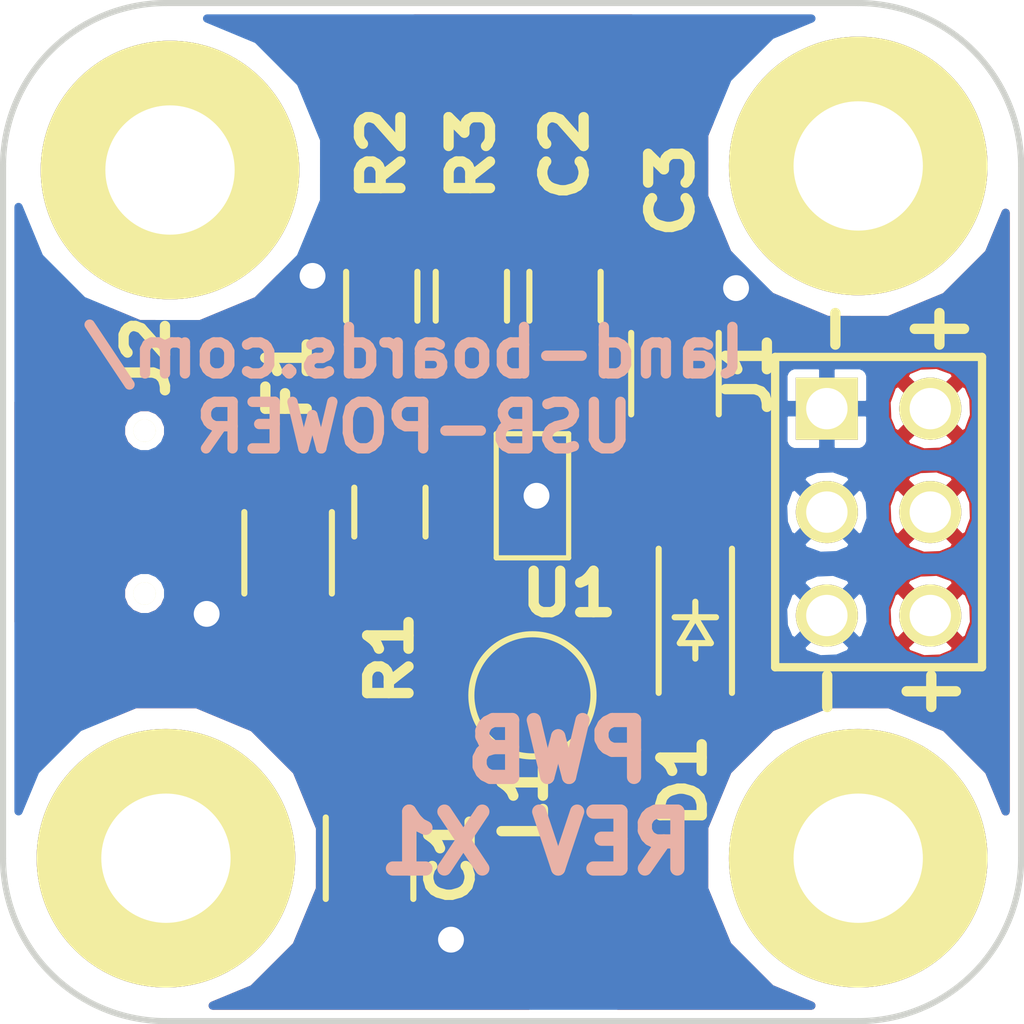
<source format=kicad_pcb>
(kicad_pcb (version 4) (host pcbnew "(after 2015-mar-04 BZR unknown)-product")

  (general
    (links 24)
    (no_connects 0)
    (area 13.299572 17.142 45.869543 46.6163)
    (thickness 1.6)
    (drawings 12)
    (tracks 27)
    (zones 0)
    (modules 18)
    (nets 8)
  )

  (page A)
  (title_block
    (title "One Wire Data Logger")
    (rev X1)
  )

  (layers
    (0 F.Cu signal)
    (31 B.Cu signal)
    (36 B.SilkS user)
    (37 F.SilkS user)
    (38 B.Mask user)
    (39 F.Mask user)
    (40 Dwgs.User user)
    (44 Edge.Cuts user)
  )

  (setup
    (last_trace_width 0.254)
    (user_trace_width 0.2032)
    (user_trace_width 0.635)
    (trace_clearance 0.254)
    (zone_clearance 0.2032)
    (zone_45_only no)
    (trace_min 0.1524)
    (segment_width 0.2)
    (edge_width 0.15)
    (via_size 0.889)
    (via_drill 0.635)
    (via_min_size 0.889)
    (via_min_drill 0.508)
    (uvia_size 0.508)
    (uvia_drill 0.127)
    (uvias_allowed no)
    (uvia_min_size 0.508)
    (uvia_min_drill 0.127)
    (pcb_text_width 0.3)
    (pcb_text_size 1 1)
    (mod_edge_width 0.15)
    (mod_text_size 1.143 1.016)
    (mod_text_width 0.254)
    (pad_size 6.35 6.35)
    (pad_drill 3.175)
    (pad_to_mask_clearance 0.1016)
    (aux_axis_origin 0 0)
    (visible_elements 7FFFFF7F)
    (pcbplotparams
      (layerselection 0x010f0_80000001)
      (usegerberextensions true)
      (excludeedgelayer true)
      (linewidth 0.150000)
      (plotframeref false)
      (viasonmask false)
      (mode 1)
      (useauxorigin false)
      (hpglpennumber 1)
      (hpglpenspeed 20)
      (hpglpendiameter 15)
      (hpglpenoverlay 2)
      (psnegative false)
      (psa4output false)
      (plotreference true)
      (plotvalue true)
      (plotinvisibletext false)
      (padsonsilk false)
      (subtractmaskfromsilk false)
      (outputformat 1)
      (mirror false)
      (drillshape 0)
      (scaleselection 1)
      (outputdirectory plots/))
  )

  (net 0 "")
  (net 1 "/5V Power Supply/+5VOUT")
  (net 2 GND)
  (net 3 "Net-(F1-Pad1)")
  (net 4 "/5V Power Supply/VFB")
  (net 5 /USB/+5VUSB)
  (net 6 "Net-(C2-Pad1)")
  (net 7 "Net-(R1-Pad2)")

  (net_class Default "This is the default net class."
    (clearance 0.254)
    (trace_width 0.254)
    (via_dia 0.889)
    (via_drill 0.635)
    (uvia_dia 0.508)
    (uvia_drill 0.127)
    (add_net "/5V Power Supply/+5VOUT")
    (add_net "/5V Power Supply/VFB")
    (add_net /USB/+5VUSB)
    (add_net GND)
    (add_net "Net-(C2-Pad1)")
    (add_net "Net-(F1-Pad1)")
    (add_net "Net-(R1-Pad2)")
  )

  (module FIDUCIAL (layer F.Cu) (tedit 518BF783) (tstamp 56C4745B)
    (at 36.2 21.8)
    (path /518D21B8)
    (fp_text reference FID1 (at 0 2.3495) (layer F.SilkS) hide
      (effects (font (size 1.016 1.016) (thickness 0.2032)))
    )
    (fp_text value CONN_1 (at 0.127 -2.794) (layer F.SilkS) hide
      (effects (font (size 1.016 1.016) (thickness 0.2032)))
    )
    (pad 1 smd circle (at 0 0) (size 1 1) (layers F.Cu F.Mask)
      (solder_mask_margin 1) (clearance 1))
  )

  (module DougsNewMods:USB_Micro-B-Wellco-SMT (layer F.Cu) (tedit 56C3876F) (tstamp 567EE9F4)
    (at 24 32.5 270)
    (descr "Micro USB Type B Receptacle")
    (tags "USB USB_B USB_micro USB_OTG")
    (path /53C9C2FF/567EEACC)
    (clearance 0.1524)
    (attr smd)
    (fp_text reference J2 (at -3.808 0.481 270) (layer F.SilkS)
      (effects (font (size 1.016 1.143) (thickness 0.254)))
    )
    (fp_text value USB-MICRO-B (at 0 4.8 270) (layer Dwgs.User) hide
      (effects (font (size 1 1) (thickness 0.15)))
    )
    (pad 1 smd rect (at -1.3 -0.4 270) (size 0.4 1.8) (layers F.Cu F.Mask)
      (net 3 "Net-(F1-Pad1)"))
    (pad 2 smd rect (at -0.65 -0.4 270) (size 0.4 1.8) (layers F.Cu F.Mask))
    (pad 3 smd rect (at 0 -0.4 270) (size 0.4 1.8) (layers F.Cu F.Mask))
    (pad 4 smd rect (at 0.65 -0.4 270) (size 0.4 1.8) (layers F.Cu F.Mask))
    (pad 5 smd rect (at 1.3 -0.4 270) (size 0.4 1.8) (layers F.Cu F.Mask)
      (net 2 GND))
    (pad "" np_thru_hole circle (at -2 0.525) (size 0.55 0.55) (drill 0.55) (layers *.Cu *.Mask F.SilkS))
    (pad "" np_thru_hole circle (at 2 0.525) (size 0.55 0.55) (drill oval 0.55) (layers *.Cu *.Mask F.SilkS))
    (pad 7 smd rect (at -3.95 2.625) (size 1.9 1.9) (layers F.Cu F.Mask))
    (pad 6 smd rect (at 3.95 2.625) (size 1.9 1.9) (layers F.Cu F.Mask))
  )

  (module SOT23-5 (layer F.Cu) (tedit 56C47228) (tstamp 517EB80B)
    (at 33 32.1 90)
    (path /517C5DAF/517C7898)
    (attr smd)
    (fp_text reference U1 (at -2.4 0.9 360) (layer F.SilkS)
      (effects (font (size 1.016 1.143) (thickness 0.254)))
    )
    (fp_text value LMR62014 (at 0 0 90) (layer F.SilkS) hide
      (effects (font (size 0.635 0.635) (thickness 0.127)))
    )
    (fp_line (start 1.524 -0.889) (end 1.524 0.889) (layer F.SilkS) (width 0.127))
    (fp_line (start 1.524 0.889) (end -1.524 0.889) (layer F.SilkS) (width 0.127))
    (fp_line (start -1.524 0.889) (end -1.524 -0.889) (layer F.SilkS) (width 0.127))
    (fp_line (start -1.524 -0.889) (end 1.524 -0.889) (layer F.SilkS) (width 0.127))
    (pad 1 smd rect (at -0.9525 1.27 90) (size 0.508 0.762) (layers F.Cu F.Mask)
      (net 4 "/5V Power Supply/VFB"))
    (pad 3 smd rect (at 0.9525 1.27 90) (size 0.508 0.762) (layers F.Cu F.Mask)
      (net 6 "Net-(C2-Pad1)"))
    (pad 5 smd rect (at -0.9525 -1.27 90) (size 0.508 0.762) (layers F.Cu F.Mask)
      (net 5 /USB/+5VUSB))
    (pad 2 smd rect (at 0 1.27 90) (size 0.508 0.762) (layers F.Cu F.Mask)
      (net 2 GND))
    (pad 4 smd rect (at 0.9525 -1.27 90) (size 0.508 0.762) (layers F.Cu F.Mask)
      (net 7 "Net-(R1-Pad2)"))
    (model smd/SOT23_5.wrl
      (at (xyz 0 0 0))
      (scale (xyz 0.1 0.1 0.1))
      (rotate (xyz 0 0 0))
    )
  )

  (module MTG-4-40 (layer F.Cu) (tedit 540CB4BD) (tstamp 540CB231)
    (at 24 24)
    (path /51830500)
    (fp_text reference MTG1 (at -6.858 -0.635) (layer F.SilkS) hide
      (effects (font (size 1.016 1.143) (thickness 0.254)))
    )
    (fp_text value CONN_1 (at 0 -5.08) (layer F.SilkS) hide
      (effects (font (thickness 0.3048)))
    )
    (pad 1 thru_hole circle (at 0.1 0.1) (size 6.35 6.35) (drill 3.175) (layers *.Cu *.Mask F.SilkS)
      (clearance 0.508))
  )

  (module MTG-4-40 (layer F.Cu) (tedit 56C38F4E) (tstamp 517C7754)
    (at 24 41)
    (path /5183051E)
    (fp_text reference MTG3 (at -6.858 -0.635) (layer F.SilkS) hide
      (effects (font (size 1.016 1.143) (thickness 0.254)))
    )
    (fp_text value CONN_1 (at 0 -5.08) (layer F.SilkS) hide
      (effects (font (thickness 0.3048)))
    )
    (pad 1 thru_hole circle (at 0 0) (size 6.35 6.35) (drill 3.175) (layers *.Cu *.Mask F.SilkS)
      (clearance 0.508))
  )

  (module MTG-4-40 (layer F.Cu) (tedit 56C38951) (tstamp 53C9C386)
    (at 41 41)
    (path /5183050F)
    (fp_text reference MTG2 (at -6.858 -0.635) (layer F.SilkS) hide
      (effects (font (size 1.016 1.143) (thickness 0.254)))
    )
    (fp_text value CONN_1 (at 0 -5.08) (layer F.SilkS) hide
      (effects (font (thickness 0.3048)))
    )
    (pad 1 thru_hole circle (at 0 0) (size 6.35 6.35) (drill 3.175) (layers *.Cu *.Mask F.SilkS)
      (clearance 0.508))
  )

  (module MTG-4-40 (layer F.Cu) (tedit 56C38F1D) (tstamp 53C9C38B)
    (at 41 24)
    (path /5183052D)
    (fp_text reference MTG4 (at -6.858 -0.635) (layer F.SilkS) hide
      (effects (font (size 1.016 1.143) (thickness 0.254)))
    )
    (fp_text value CONN_1 (at 0 -5.08) (layer F.SilkS) hide
      (effects (font (thickness 0.3048)))
    )
    (pad 1 thru_hole circle (at 0 0) (size 6.35 6.35) (drill 3.175) (layers *.Cu *.Mask F.SilkS)
      (clearance 0.508))
  )

  (module PIN_ARRAY_3X2 (layer F.Cu) (tedit 56C474F6) (tstamp 53EF7D4F)
    (at 41.5 32.5 270)
    (descr "Double rangee de contacts 2 x 4 pins")
    (tags CONN)
    (path /54A94CB7)
    (fp_text reference J1 (at -3.4 3.2 450) (layer F.SilkS)
      (effects (font (size 1.016 1.143) (thickness 0.254)))
    )
    (fp_text value CONN_3X2 (at 0 3.81 270) (layer F.SilkS) hide
      (effects (font (size 1.016 1.016) (thickness 0.2032)))
    )
    (fp_line (start 3.81 2.54) (end -3.81 2.54) (layer F.SilkS) (width 0.2032))
    (fp_line (start -3.81 -2.54) (end 3.81 -2.54) (layer F.SilkS) (width 0.2032))
    (fp_line (start 3.81 -2.54) (end 3.81 2.54) (layer F.SilkS) (width 0.2032))
    (fp_line (start -3.81 2.54) (end -3.81 -2.54) (layer F.SilkS) (width 0.2032))
    (pad 1 thru_hole rect (at -2.54 1.27 270) (size 1.524 1.524) (drill 1.016) (layers *.Cu *.Mask F.SilkS)
      (net 2 GND))
    (pad 2 thru_hole circle (at -2.54 -1.27 270) (size 1.524 1.524) (drill 1.016) (layers *.Cu *.Mask F.SilkS)
      (net 1 "/5V Power Supply/+5VOUT"))
    (pad 3 thru_hole circle (at 0 1.27 270) (size 1.524 1.524) (drill 1.016) (layers *.Cu *.Mask F.SilkS)
      (net 2 GND))
    (pad 4 thru_hole circle (at 0 -1.27 270) (size 1.524 1.524) (drill 1.016) (layers *.Cu *.Mask F.SilkS)
      (net 1 "/5V Power Supply/+5VOUT"))
    (pad 5 thru_hole circle (at 2.54 1.27 270) (size 1.524 1.524) (drill 1.016) (layers *.Cu *.Mask F.SilkS)
      (net 2 GND))
    (pad 6 thru_hole circle (at 2.54 -1.27 270) (size 1.524 1.524) (drill 1.016) (layers *.Cu *.Mask F.SilkS)
      (net 1 "/5V Power Supply/+5VOUT"))
    (model pin_array/pins_array_3x2.wrl
      (at (xyz 0 0 0))
      (scale (xyz 1 1 1))
      (rotate (xyz 0 0 0))
    )
  )

  (module Resistors_SMD:R_1206_HandSoldering (layer F.Cu) (tedit 56C470F6) (tstamp 567D9277)
    (at 29 41 270)
    (descr "Resistor SMD 1206, hand soldering")
    (tags "resistor 1206")
    (path /517C5DAF/517C78BC)
    (attr smd)
    (fp_text reference C1 (at 0 -2 450) (layer F.SilkS)
      (effects (font (size 1.016 1.143) (thickness 0.254)))
    )
    (fp_text value 4.7uF (at 0 2.3 270) (layer F.SilkS) hide
      (effects (font (size 1 1) (thickness 0.15)))
    )
    (fp_line (start -3.3 -1.2) (end 3.3 -1.2) (layer F.CrtYd) (width 0.05))
    (fp_line (start -3.3 1.2) (end 3.3 1.2) (layer F.CrtYd) (width 0.05))
    (fp_line (start -3.3 -1.2) (end -3.3 1.2) (layer F.CrtYd) (width 0.05))
    (fp_line (start 3.3 -1.2) (end 3.3 1.2) (layer F.CrtYd) (width 0.05))
    (fp_line (start 1 1.075) (end -1 1.075) (layer F.SilkS) (width 0.15))
    (fp_line (start -1 -1.075) (end 1 -1.075) (layer F.SilkS) (width 0.15))
    (pad 1 smd rect (at -2 0 270) (size 2 1.7) (layers F.Cu F.Mask)
      (net 5 /USB/+5VUSB))
    (pad 2 smd rect (at 2 0 270) (size 2 1.7) (layers F.Cu F.Mask)
      (net 2 GND))
    (model Resistors_SMD.3dshapes/R_1206_HandSoldering.wrl
      (at (xyz 0 0 0))
      (scale (xyz 1 1 1))
      (rotate (xyz 0 0 0))
    )
  )

  (module Resistors_SMD:R_1206_HandSoldering (layer F.Cu) (tedit 56C471D6) (tstamp 567D9278)
    (at 36.5 29.1 90)
    (descr "Resistor SMD 1206, hand soldering")
    (tags "resistor 1206")
    (path /517C5DAF/517C7D72)
    (attr smd)
    (fp_text reference C3 (at 4.5 -0.1 270) (layer F.SilkS)
      (effects (font (size 1.016 1.143) (thickness 0.254)))
    )
    (fp_text value 4.7uF (at 0 2.3 90) (layer F.SilkS) hide
      (effects (font (size 1 1) (thickness 0.15)))
    )
    (fp_line (start -3.3 -1.2) (end 3.3 -1.2) (layer F.CrtYd) (width 0.05))
    (fp_line (start -3.3 1.2) (end 3.3 1.2) (layer F.CrtYd) (width 0.05))
    (fp_line (start -3.3 -1.2) (end -3.3 1.2) (layer F.CrtYd) (width 0.05))
    (fp_line (start 3.3 -1.2) (end 3.3 1.2) (layer F.CrtYd) (width 0.05))
    (fp_line (start 1 1.075) (end -1 1.075) (layer F.SilkS) (width 0.15))
    (fp_line (start -1 -1.075) (end 1 -1.075) (layer F.SilkS) (width 0.15))
    (pad 1 smd rect (at -2 0 90) (size 2 1.7) (layers F.Cu F.Mask)
      (net 1 "/5V Power Supply/+5VOUT"))
    (pad 2 smd rect (at 2 0 90) (size 2 1.7) (layers F.Cu F.Mask)
      (net 2 GND))
    (model Resistors_SMD.3dshapes/R_1206_HandSoldering.wrl
      (at (xyz 0 0 0))
      (scale (xyz 1 1 1))
      (rotate (xyz 0 0 0))
    )
  )

  (module Resistors_SMD:R_0805_HandSoldering (layer F.Cu) (tedit 56C38C72) (tstamp 567D9283)
    (at 33.8 27.2 90)
    (descr "Resistor SMD 0805, hand soldering")
    (tags "resistor 0805")
    (path /517C5DAF/517C7F11)
    (attr smd)
    (fp_text reference C2 (at 3.5 0 270) (layer F.SilkS)
      (effects (font (size 1.016 1.143) (thickness 0.254)))
    )
    (fp_text value 680pF (at 0 2.1 90) (layer F.SilkS) hide
      (effects (font (size 1 1) (thickness 0.15)))
    )
    (fp_line (start -2.4 -1) (end 2.4 -1) (layer F.CrtYd) (width 0.05))
    (fp_line (start -2.4 1) (end 2.4 1) (layer F.CrtYd) (width 0.05))
    (fp_line (start -2.4 -1) (end -2.4 1) (layer F.CrtYd) (width 0.05))
    (fp_line (start 2.4 -1) (end 2.4 1) (layer F.CrtYd) (width 0.05))
    (fp_line (start 0.6 0.875) (end -0.6 0.875) (layer F.SilkS) (width 0.15))
    (fp_line (start -0.6 -0.875) (end 0.6 -0.875) (layer F.SilkS) (width 0.15))
    (pad 1 smd rect (at -1.35 0 90) (size 1.5 1.3) (layers F.Cu F.Mask)
      (net 6 "Net-(C2-Pad1)"))
    (pad 2 smd rect (at 1.35 0 90) (size 1.5 1.3) (layers F.Cu F.Mask)
      (net 1 "/5V Power Supply/+5VOUT"))
    (model Resistors_SMD.3dshapes/R_0805_HandSoldering.wrl
      (at (xyz 0 0 0))
      (scale (xyz 1 1 1))
      (rotate (xyz 0 0 0))
    )
  )

  (module Resistors_SMD:R_0805_HandSoldering (layer F.Cu) (tedit 56C4720D) (tstamp 567D928E)
    (at 29.5 32.5 90)
    (descr "Resistor SMD 0805, hand soldering")
    (tags "resistor 0805")
    (path /517C5DAF/517C78A7)
    (attr smd)
    (fp_text reference R1 (at -3.6 0 270) (layer F.SilkS)
      (effects (font (size 1.016 1.143) (thickness 0.254)))
    )
    (fp_text value 1M (at 0 2.1 90) (layer F.SilkS) hide
      (effects (font (size 1 1) (thickness 0.15)))
    )
    (fp_line (start -2.4 -1) (end 2.4 -1) (layer F.CrtYd) (width 0.05))
    (fp_line (start -2.4 1) (end 2.4 1) (layer F.CrtYd) (width 0.05))
    (fp_line (start -2.4 -1) (end -2.4 1) (layer F.CrtYd) (width 0.05))
    (fp_line (start 2.4 -1) (end 2.4 1) (layer F.CrtYd) (width 0.05))
    (fp_line (start 0.6 0.875) (end -0.6 0.875) (layer F.SilkS) (width 0.15))
    (fp_line (start -0.6 -0.875) (end 0.6 -0.875) (layer F.SilkS) (width 0.15))
    (pad 1 smd rect (at -1.35 0 90) (size 1.5 1.3) (layers F.Cu F.Mask)
      (net 5 /USB/+5VUSB))
    (pad 2 smd rect (at 1.35 0 90) (size 1.5 1.3) (layers F.Cu F.Mask)
      (net 7 "Net-(R1-Pad2)"))
    (model Resistors_SMD.3dshapes/R_0805_HandSoldering.wrl
      (at (xyz 0 0 0))
      (scale (xyz 1 1 1))
      (rotate (xyz 0 0 0))
    )
  )

  (module Resistors_SMD:R_0805_HandSoldering (layer F.Cu) (tedit 56C38C69) (tstamp 567D9299)
    (at 29.3 27.2 90)
    (descr "Resistor SMD 0805, hand soldering")
    (tags "resistor 0805")
    (path /517C5DAF/517C7E46)
    (attr smd)
    (fp_text reference R2 (at 3.5 0 90) (layer F.SilkS)
      (effects (font (size 1.016 1.143) (thickness 0.254)))
    )
    (fp_text value 1K (at 0 2.1 90) (layer F.SilkS) hide
      (effects (font (size 1 1) (thickness 0.15)))
    )
    (fp_line (start -2.4 -1) (end 2.4 -1) (layer F.CrtYd) (width 0.05))
    (fp_line (start -2.4 1) (end 2.4 1) (layer F.CrtYd) (width 0.05))
    (fp_line (start -2.4 -1) (end -2.4 1) (layer F.CrtYd) (width 0.05))
    (fp_line (start 2.4 -1) (end 2.4 1) (layer F.CrtYd) (width 0.05))
    (fp_line (start 0.6 0.875) (end -0.6 0.875) (layer F.SilkS) (width 0.15))
    (fp_line (start -0.6 -0.875) (end 0.6 -0.875) (layer F.SilkS) (width 0.15))
    (pad 1 smd rect (at -1.35 0 90) (size 1.5 1.3) (layers F.Cu F.Mask)
      (net 6 "Net-(C2-Pad1)"))
    (pad 2 smd rect (at 1.35 0 90) (size 1.5 1.3) (layers F.Cu F.Mask)
      (net 2 GND))
    (model Resistors_SMD.3dshapes/R_0805_HandSoldering.wrl
      (at (xyz 0 0 0))
      (scale (xyz 1 1 1))
      (rotate (xyz 0 0 0))
    )
  )

  (module Resistors_SMD:R_0805_HandSoldering (layer F.Cu) (tedit 56C38C6C) (tstamp 567D92A4)
    (at 31.5 27.2 90)
    (descr "Resistor SMD 0805, hand soldering")
    (tags "resistor 0805")
    (path /517C5DAF/517C7E37)
    (attr smd)
    (fp_text reference R3 (at 3.5 0 270) (layer F.SilkS)
      (effects (font (size 1.016 1.143) (thickness 0.254)))
    )
    (fp_text value 3.09K (at 0 2.1 90) (layer F.SilkS) hide
      (effects (font (size 1 1) (thickness 0.15)))
    )
    (fp_line (start -2.4 -1) (end 2.4 -1) (layer F.CrtYd) (width 0.05))
    (fp_line (start -2.4 1) (end 2.4 1) (layer F.CrtYd) (width 0.05))
    (fp_line (start -2.4 -1) (end -2.4 1) (layer F.CrtYd) (width 0.05))
    (fp_line (start 2.4 -1) (end 2.4 1) (layer F.CrtYd) (width 0.05))
    (fp_line (start 0.6 0.875) (end -0.6 0.875) (layer F.SilkS) (width 0.15))
    (fp_line (start -0.6 -0.875) (end 0.6 -0.875) (layer F.SilkS) (width 0.15))
    (pad 1 smd rect (at -1.35 0 90) (size 1.5 1.3) (layers F.Cu F.Mask)
      (net 6 "Net-(C2-Pad1)"))
    (pad 2 smd rect (at 1.35 0 90) (size 1.5 1.3) (layers F.Cu F.Mask)
      (net 1 "/5V Power Supply/+5VOUT"))
    (model Resistors_SMD.3dshapes/R_0805_HandSoldering.wrl
      (at (xyz 0 0 0))
      (scale (xyz 1 1 1))
      (rotate (xyz 0 0 0))
    )
  )

  (module DougsNewMods:SOD-123-FIXED (layer F.Cu) (tedit 56C471DD) (tstamp 567F0A81)
    (at 37 35.4 270)
    (descr SOD-123)
    (tags SOD-123)
    (path /517C5DAF/517C7D22)
    (attr smd)
    (fp_text reference D1 (at 3.7 0.3 270) (layer F.SilkS)
      (effects (font (size 1.016 1.143) (thickness 0.254)))
    )
    (fp_text value MBR0520LT1G (at 0 2.1 270) (layer F.SilkS) hide
      (effects (font (size 1 1) (thickness 0.15)))
    )
    (fp_line (start 0.3175 0) (end 0.6985 0) (layer F.SilkS) (width 0.15))
    (fp_line (start -0.6985 0) (end -0.3175 0) (layer F.SilkS) (width 0.15))
    (fp_line (start -0.3175 0) (end 0.3175 -0.381) (layer F.SilkS) (width 0.15))
    (fp_line (start 0.3175 -0.381) (end 0.3175 0.381) (layer F.SilkS) (width 0.15))
    (fp_line (start 0.3175 0.381) (end -0.3175 0) (layer F.SilkS) (width 0.15))
    (fp_line (start -0.3175 -0.508) (end -0.3175 0.508) (layer F.SilkS) (width 0.15))
    (fp_line (start -2.25 -1.05) (end 2.25 -1.05) (layer F.CrtYd) (width 0.05))
    (fp_line (start 2.25 -1.05) (end 2.25 1.05) (layer F.CrtYd) (width 0.05))
    (fp_line (start 2.25 1.05) (end -2.25 1.05) (layer F.CrtYd) (width 0.05))
    (fp_line (start -2.25 -1.05) (end -2.25 1.05) (layer F.CrtYd) (width 0.05))
    (fp_line (start -2 0.9) (end 1.54 0.9) (layer F.SilkS) (width 0.15))
    (fp_line (start -2 -0.9) (end 1.54 -0.9) (layer F.SilkS) (width 0.15))
    (pad 2 smd rect (at -1.635 0 270) (size 0.91 1.22) (layers F.Cu F.Mask)
      (net 1 "/5V Power Supply/+5VOUT"))
    (pad 1 smd rect (at 1.635 0 270) (size 0.91 1.22) (layers F.Cu F.Mask)
      (net 4 "/5V Power Supply/VFB"))
  )

  (module Resistors_SMD:R_1206_HandSoldering (layer F.Cu) (tedit 56C47138) (tstamp 567F475F)
    (at 27 33.5 270)
    (descr "Resistor SMD 1206, hand soldering")
    (tags "resistor 1206")
    (path /53C9C2FF/53EF87F2)
    (attr smd)
    (fp_text reference F1 (at -4.3 0 270) (layer F.SilkS)
      (effects (font (size 1.016 1.143) (thickness 0.254)))
    )
    (fp_text value FUSE (at 0 2.3 270) (layer F.SilkS) hide
      (effects (font (size 1 1) (thickness 0.15)))
    )
    (fp_line (start -3.3 -1.2) (end 3.3 -1.2) (layer F.CrtYd) (width 0.05))
    (fp_line (start -3.3 1.2) (end 3.3 1.2) (layer F.CrtYd) (width 0.05))
    (fp_line (start -3.3 -1.2) (end -3.3 1.2) (layer F.CrtYd) (width 0.05))
    (fp_line (start 3.3 -1.2) (end 3.3 1.2) (layer F.CrtYd) (width 0.05))
    (fp_line (start 1 1.075) (end -1 1.075) (layer F.SilkS) (width 0.15))
    (fp_line (start -1 -1.075) (end 1 -1.075) (layer F.SilkS) (width 0.15))
    (pad 1 smd rect (at -2 0 270) (size 2 1.7) (layers F.Cu F.Mask)
      (net 3 "Net-(F1-Pad1)"))
    (pad 2 smd rect (at 2 0 270) (size 2 1.7) (layers F.Cu F.Mask)
      (net 5 /USB/+5VUSB))
    (model Resistors_SMD.3dshapes/R_1206_HandSoldering.wrl
      (at (xyz 0 0 0))
      (scale (xyz 1 1 1))
      (rotate (xyz 0 0 0))
    )
  )

  (module dougsLib:IND-3MM (layer F.Cu) (tedit 56C47219) (tstamp 567F476A)
    (at 33 37)
    (path /517C5DAF/517C78F4)
    (fp_text reference L1 (at -0.2 2.6 90) (layer F.SilkS)
      (effects (font (size 1.016 1.143) (thickness 0.254)))
    )
    (fp_text value 10uH (at 0.24892 -4.50088) (layer F.SilkS) hide
      (effects (font (thickness 0.3048)))
    )
    (fp_circle (center 0 0) (end 1.5 0) (layer F.SilkS) (width 0.15))
    (pad 1 smd rect (at -1.2 0) (size 1.2 2.7) (layers F.Cu F.Mask)
      (net 5 /USB/+5VUSB))
    (pad 2 smd rect (at 1.2 0) (size 1.2 2.7) (layers F.Cu F.Mask)
      (net 4 "/5V Power Supply/VFB"))
  )

  (module FIDUCIAL (layer F.Cu) (tedit 518BF783) (tstamp 56C47460)
    (at 33.9 43.2)
    (path /518D20E3)
    (fp_text reference FID2 (at 0 2.3495) (layer F.SilkS) hide
      (effects (font (size 1.016 1.016) (thickness 0.2032)))
    )
    (fp_text value CONN_1 (at 0.127 -2.794) (layer F.SilkS) hide
      (effects (font (size 1.016 1.016) (thickness 0.2032)))
    )
    (pad 1 smd circle (at 0 0) (size 1 1) (layers F.Cu F.Mask)
      (solder_mask_margin 1) (clearance 1))
  )

  (gr_text "-\n+\n" (at 41.4 36.9 90) (layer F.SilkS)
    (effects (font (size 1.5875 1.016) (thickness 0.254)))
  )
  (gr_text "-\n+\n" (at 41.6 28 90) (layer F.SilkS)
    (effects (font (size 1.5875 1.016) (thickness 0.254)))
  )
  (gr_line (start 20 41) (end 20 24) (angle 90) (layer Edge.Cuts) (width 0.15))
  (gr_line (start 41 45) (end 24 45) (angle 90) (layer Edge.Cuts) (width 0.15))
  (gr_line (start 45 24) (end 45 41) (angle 90) (layer Edge.Cuts) (width 0.15))
  (gr_line (start 24 20) (end 41 20) (angle 90) (layer Edge.Cuts) (width 0.15))
  (gr_arc (start 24 41) (end 24 45) (angle 90) (layer Edge.Cuts) (width 0.15))
  (gr_arc (start 41 41) (end 45 41) (angle 90) (layer Edge.Cuts) (width 0.15))
  (gr_arc (start 41 24) (end 41 20) (angle 90) (layer Edge.Cuts) (width 0.15))
  (gr_arc (start 24 24) (end 20 24) (angle 90) (layer Edge.Cuts) (width 0.15))
  (gr_text "PWB \nREV X1" (at 33.1 39.5) (layer B.SilkS)
    (effects (font (size 1.397 1.397) (thickness 0.34925)) (justify mirror))
  )
  (gr_text "land-boards.com/\nUSB-POWER" (at 30.1 29.5) (layer B.SilkS)
    (effects (font (size 1.143 1.143) (thickness 0.254)) (justify mirror))
  )

  (segment (start 36.5 27.1) (end 37.9 27.1) (width 0.254) (layer F.Cu) (net 2))
  (via (at 38 27) (size 0.889) (layers F.Cu B.Cu) (net 2))
  (segment (start 37.9 27.1) (end 38 27) (width 0.254) (layer F.Cu) (net 2) (tstamp 56C471F7))
  (segment (start 24.4 34.4) (end 25 35) (width 0.254) (layer F.Cu) (net 2) (tstamp 56C3917D))
  (via (at 25 35) (size 0.889) (layers F.Cu B.Cu) (net 2))
  (segment (start 24.4 33.8) (end 24.4 34.4) (width 0.254) (layer F.Cu) (net 2))
  (via (at 31 43) (size 0.889) (layers F.Cu B.Cu) (net 2))
  (segment (start 29 43) (end 31 43) (width 0.254) (layer F.Cu) (net 2))
  (via (at 27.6 26.7) (size 0.889) (layers F.Cu B.Cu) (net 2))
  (segment (start 29.3 25.85) (end 27.6 26.7) (width 0.254) (layer F.Cu) (net 2) (status 10))
  (via (at 33.1 32.1) (size 0.889) (layers F.Cu B.Cu) (net 2))
  (segment (start 34.27 32.1) (end 33.1 32.1) (width 0.254) (layer F.Cu) (net 2))
  (segment (start 26.7 31.2) (end 27 31.5) (width 0.254) (layer F.Cu) (net 3) (tstamp 56C3917A))
  (segment (start 24.4 31.2) (end 26.7 31.2) (width 0.254) (layer F.Cu) (net 3))
  (segment (start 34.2 37) (end 36.965 37) (width 0.254) (layer F.Cu) (net 4))
  (segment (start 36.965 37) (end 37 37.035) (width 0.254) (layer F.Cu) (net 4) (tstamp 56C4721B))
  (segment (start 34.27 36.93) (end 34.2 37) (width 0.254) (layer F.Cu) (net 4) (tstamp 56C39201))
  (segment (start 34.2 33.1225) (end 34.27 33.0525) (width 0.254) (layer F.Cu) (net 4) (tstamp 56C470B3))
  (segment (start 34.2 33.1225) (end 34.27 33.0525) (width 0.254) (layer F.Cu) (net 4) (tstamp 56C470B8))
  (segment (start 34.2 37) (end 34.2 33.1225) (width 0.254) (layer F.Cu) (net 4))
  (segment (start 34.27 31.1475) (end 34.27 30.47) (width 0.254) (layer F.Cu) (net 6))
  (segment (start 33.8 30) (end 33.8 28.55) (width 0.254) (layer F.Cu) (net 6) (tstamp 56C471AA))
  (segment (start 34.27 30.47) (end 33.8 30) (width 0.254) (layer F.Cu) (net 6) (tstamp 56C471A9))
  (segment (start 29.3 28.55) (end 31.5 28.55) (width 0.254) (layer F.Cu) (net 6) (status 20))
  (segment (start 31.5 28.55) (end 33.8 28.55) (width 0.254) (layer F.Cu) (net 6) (status 10))
  (segment (start 31.73 31.1475) (end 29.5025 31.1475) (width 0.254) (layer F.Cu) (net 7))
  (segment (start 29.5025 31.1475) (end 29.5 31.15) (width 0.254) (layer F.Cu) (net 7) (tstamp 56C47169))

  (zone (net 2) (net_name GND) (layer B.Cu) (tstamp 56C390E6) (hatch edge 0.508)
    (connect_pads (clearance 0.2032))
    (min_thickness 0.2032)
    (fill yes (arc_segments 16) (thermal_gap 0.2032) (thermal_bridge_width 0.381))
    (polygon
      (pts
        (xy 24 20) (xy 41 20) (xy 45 24) (xy 45 41) (xy 41 45)
        (xy 24 45) (xy 20 41) (xy 20 24)
      )
    )
    (filled_polygon
      (pts
        (xy 44.6202 39.851033) (xy 44.210299 38.858997) (xy 43.887793 38.535927) (xy 43.887793 34.818671) (xy 43.887793 32.278671)
        (xy 43.887793 29.738671) (xy 43.718008 29.327758) (xy 43.403896 29.013097) (xy 42.99328 28.842594) (xy 42.548671 28.842207)
        (xy 42.137758 29.011992) (xy 41.823097 29.326104) (xy 41.652594 29.73672) (xy 41.652207 30.181329) (xy 41.821992 30.592242)
        (xy 42.136104 30.906903) (xy 42.54672 31.077406) (xy 42.991329 31.077793) (xy 43.402242 30.908008) (xy 43.716903 30.593896)
        (xy 43.887406 30.18328) (xy 43.887793 29.738671) (xy 43.887793 32.278671) (xy 43.718008 31.867758) (xy 43.403896 31.553097)
        (xy 42.99328 31.382594) (xy 42.548671 31.382207) (xy 42.137758 31.551992) (xy 41.823097 31.866104) (xy 41.652594 32.27672)
        (xy 41.652207 32.721329) (xy 41.821992 33.132242) (xy 42.136104 33.446903) (xy 42.54672 33.617406) (xy 42.991329 33.617793)
        (xy 43.402242 33.448008) (xy 43.716903 33.133896) (xy 43.887406 32.72328) (xy 43.887793 32.278671) (xy 43.887793 34.818671)
        (xy 43.718008 34.407758) (xy 43.403896 34.093097) (xy 42.99328 33.922594) (xy 42.548671 33.922207) (xy 42.137758 34.091992)
        (xy 41.823097 34.406104) (xy 41.652594 34.81672) (xy 41.652207 35.261329) (xy 41.821992 35.672242) (xy 42.136104 35.986903)
        (xy 42.54672 36.157406) (xy 42.991329 36.157793) (xy 43.402242 35.988008) (xy 43.716903 35.673896) (xy 43.887406 35.26328)
        (xy 43.887793 34.818671) (xy 43.887793 38.535927) (xy 43.146603 37.793443) (xy 41.756106 37.216058) (xy 41.304861 37.215664)
        (xy 41.304861 35.206625) (xy 41.304861 32.666625) (xy 41.2968 32.477304) (xy 41.2968 30.782628) (xy 41.2968 30.1251)
        (xy 41.2968 29.7949) (xy 41.2968 29.137372) (xy 41.250397 29.025345) (xy 41.164656 28.939603) (xy 41.052629 28.8932)
        (xy 40.931372 28.8932) (xy 40.3951 28.8932) (xy 40.3189 28.9694) (xy 40.3189 29.8711) (xy 41.2206 29.8711)
        (xy 41.2968 29.7949) (xy 41.2968 30.1251) (xy 41.2206 30.0489) (xy 40.3189 30.0489) (xy 40.3189 30.9506)
        (xy 40.3951 31.0268) (xy 40.931372 31.0268) (xy 41.052629 31.0268) (xy 41.164656 30.980397) (xy 41.250397 30.894655)
        (xy 41.2968 30.782628) (xy 41.2968 32.477304) (xy 41.286807 32.24261) (xy 41.159278 31.934727) (xy 41.005333 31.850391)
        (xy 40.879609 31.976115) (xy 40.879609 31.724667) (xy 40.795273 31.570722) (xy 40.396625 31.425139) (xy 40.1411 31.436018)
        (xy 40.1411 30.9506) (xy 40.1411 30.0489) (xy 40.1411 29.8711) (xy 40.1411 28.9694) (xy 40.0649 28.8932)
        (xy 39.528628 28.8932) (xy 39.407371 28.8932) (xy 39.295344 28.939603) (xy 39.209603 29.025345) (xy 39.1632 29.137372)
        (xy 39.1632 29.7949) (xy 39.2394 29.8711) (xy 40.1411 29.8711) (xy 40.1411 30.0489) (xy 39.2394 30.0489)
        (xy 39.1632 30.1251) (xy 39.1632 30.782628) (xy 39.209603 30.894655) (xy 39.295344 30.980397) (xy 39.407371 31.0268)
        (xy 39.528628 31.0268) (xy 40.0649 31.0268) (xy 40.1411 30.9506) (xy 40.1411 31.436018) (xy 39.97261 31.443193)
        (xy 39.664727 31.570722) (xy 39.580391 31.724667) (xy 40.23 32.374276) (xy 40.879609 31.724667) (xy 40.879609 31.976115)
        (xy 40.355724 32.5) (xy 41.005333 33.149609) (xy 41.159278 33.065273) (xy 41.304861 32.666625) (xy 41.304861 35.206625)
        (xy 41.286807 34.78261) (xy 41.159278 34.474727) (xy 41.005333 34.390391) (xy 40.879609 34.516115) (xy 40.879609 34.264667)
        (xy 40.879609 33.275333) (xy 40.23 32.625724) (xy 40.104276 32.751448) (xy 40.104276 32.5) (xy 39.454667 31.850391)
        (xy 39.300722 31.934727) (xy 39.155139 32.333375) (xy 39.173193 32.75739) (xy 39.300722 33.065273) (xy 39.454667 33.149609)
        (xy 40.104276 32.5) (xy 40.104276 32.751448) (xy 39.580391 33.275333) (xy 39.664727 33.429278) (xy 40.063375 33.574861)
        (xy 40.48739 33.556807) (xy 40.795273 33.429278) (xy 40.879609 33.275333) (xy 40.879609 34.264667) (xy 40.795273 34.110722)
        (xy 40.396625 33.965139) (xy 39.97261 33.983193) (xy 39.664727 34.110722) (xy 39.580391 34.264667) (xy 40.23 34.914276)
        (xy 40.879609 34.264667) (xy 40.879609 34.516115) (xy 40.355724 35.04) (xy 41.005333 35.689609) (xy 41.159278 35.605273)
        (xy 41.304861 35.206625) (xy 41.304861 37.215664) (xy 40.879609 37.215293) (xy 40.879609 35.815333) (xy 40.23 35.165724)
        (xy 40.104276 35.291448) (xy 40.104276 35.04) (xy 39.454667 34.390391) (xy 39.300722 34.474727) (xy 39.155139 34.873375)
        (xy 39.173193 35.29739) (xy 39.300722 35.605273) (xy 39.454667 35.689609) (xy 40.104276 35.04) (xy 40.104276 35.291448)
        (xy 39.580391 35.815333) (xy 39.664727 35.969278) (xy 40.063375 36.114861) (xy 40.48739 36.096807) (xy 40.795273 35.969278)
        (xy 40.879609 35.815333) (xy 40.879609 37.215293) (xy 40.250499 37.214744) (xy 38.858997 37.789701) (xy 37.793443 38.853397)
        (xy 37.216058 40.243894) (xy 37.214744 41.749501) (xy 37.789701 43.141003) (xy 38.853397 44.206557) (xy 39.849559 44.6202)
        (xy 25.148966 44.6202) (xy 26.141003 44.210299) (xy 27.206557 43.146603) (xy 27.783942 41.756106) (xy 27.785256 40.250499)
        (xy 27.210299 38.858997) (xy 26.146603 37.793443) (xy 24.756106 37.216058) (xy 24.0549 37.215446) (xy 24.0549 34.385177)
        (xy 24.0549 30.385177) (xy 23.966817 30.171999) (xy 23.803859 30.008756) (xy 23.590835 29.920301) (xy 23.360177 29.9201)
        (xy 23.146999 30.008183) (xy 22.983756 30.171141) (xy 22.895301 30.384165) (xy 22.8951 30.614823) (xy 22.983183 30.828001)
        (xy 23.146141 30.991244) (xy 23.359165 31.079699) (xy 23.589823 31.0799) (xy 23.803001 30.991817) (xy 23.966244 30.828859)
        (xy 24.054699 30.615835) (xy 24.0549 30.385177) (xy 24.0549 34.385177) (xy 23.966817 34.171999) (xy 23.803859 34.008756)
        (xy 23.590835 33.920301) (xy 23.360177 33.9201) (xy 23.146999 34.008183) (xy 22.983756 34.171141) (xy 22.895301 34.384165)
        (xy 22.8951 34.614823) (xy 22.983183 34.828001) (xy 23.146141 34.991244) (xy 23.359165 35.079699) (xy 23.589823 35.0799)
        (xy 23.803001 34.991817) (xy 23.966244 34.828859) (xy 24.054699 34.615835) (xy 24.0549 34.385177) (xy 24.0549 37.215446)
        (xy 23.250499 37.214744) (xy 21.858997 37.789701) (xy 20.793443 38.853397) (xy 20.3798 39.849559) (xy 20.3798 25.006948)
        (xy 20.889701 26.241003) (xy 21.953397 27.306557) (xy 23.343894 27.883942) (xy 24.849501 27.885256) (xy 26.241003 27.310299)
        (xy 27.306557 26.246603) (xy 27.883942 24.856106) (xy 27.885256 23.350499) (xy 27.310299 21.958997) (xy 26.246603 20.893443)
        (xy 25.009613 20.3798) (xy 39.851033 20.3798) (xy 38.858997 20.789701) (xy 37.793443 21.853397) (xy 37.216058 23.243894)
        (xy 37.214744 24.749501) (xy 37.789701 26.141003) (xy 38.853397 27.206557) (xy 40.243894 27.783942) (xy 41.749501 27.785256)
        (xy 43.141003 27.210299) (xy 44.206557 26.146603) (xy 44.6202 25.15044) (xy 44.6202 39.851033)
      )
    )
  )
  (zone (net 5) (net_name /USB/+5VUSB) (layer F.Cu) (tstamp 56C39149) (hatch edge 0.508)
    (connect_pads (clearance 0.2032))
    (min_thickness 0.2032)
    (fill yes (arc_segments 16) (thermal_gap 0.2032) (thermal_bridge_width 0.381))
    (polygon
      (pts
        (xy 20 24) (xy 24 20) (xy 29 20) (xy 29 32) (xy 33 32)
        (xy 33 45) (xy 24 45) (xy 20 40)
      )
    )
    (filled_polygon
      (pts
        (xy 32.8984 44.6202) (xy 31.800239 44.6202) (xy 31.800239 42.841548) (xy 31.7111 42.625816) (xy 31.7111 38.5786)
        (xy 31.7111 37.0889) (xy 31.7111 36.9111) (xy 31.7111 35.4214) (xy 31.6411 35.3514) (xy 31.6411 33.5351)
        (xy 31.6411 33.1414) (xy 31.6411 32.9636) (xy 31.6411 32.5699) (xy 31.5649 32.4937) (xy 31.409628 32.4937)
        (xy 31.288371 32.4937) (xy 31.176344 32.540103) (xy 31.090603 32.625845) (xy 31.0442 32.737872) (xy 31.0442 32.8874)
        (xy 31.1204 32.9636) (xy 31.6411 32.9636) (xy 31.6411 33.1414) (xy 31.1204 33.1414) (xy 31.0442 33.2176)
        (xy 31.0442 33.367128) (xy 31.090603 33.479155) (xy 31.176344 33.564897) (xy 31.288371 33.6113) (xy 31.409628 33.6113)
        (xy 31.5649 33.6113) (xy 31.6411 33.5351) (xy 31.6411 35.3514) (xy 31.6349 35.3452) (xy 31.139372 35.3452)
        (xy 31.027345 35.391603) (xy 30.941603 35.477344) (xy 30.8952 35.589371) (xy 30.8952 35.710628) (xy 30.8952 36.8349)
        (xy 30.9714 36.9111) (xy 31.7111 36.9111) (xy 31.7111 37.0889) (xy 30.9714 37.0889) (xy 30.8952 37.1651)
        (xy 30.8952 38.289372) (xy 30.8952 38.410629) (xy 30.941603 38.522656) (xy 31.027345 38.608397) (xy 31.139372 38.6548)
        (xy 31.6349 38.6548) (xy 31.7111 38.5786) (xy 31.7111 42.625816) (xy 31.678687 42.547372) (xy 31.453812 42.322104)
        (xy 31.159848 42.200039) (xy 30.841548 42.199761) (xy 30.547372 42.321313) (xy 30.4548 42.413723) (xy 30.4548 34.660628)
        (xy 30.4548 34.0151) (xy 30.4548 33.6849) (xy 30.4548 33.039372) (xy 30.408397 32.927345) (xy 30.322656 32.841603)
        (xy 30.210629 32.7952) (xy 30.089372 32.7952) (xy 29.6651 32.7952) (xy 29.5889 32.8714) (xy 29.5889 33.7611)
        (xy 30.3786 33.7611) (xy 30.4548 33.6849) (xy 30.4548 34.0151) (xy 30.3786 33.9389) (xy 29.5889 33.9389)
        (xy 29.5889 34.8286) (xy 29.6651 34.9048) (xy 30.089372 34.9048) (xy 30.210629 34.9048) (xy 30.322656 34.858397)
        (xy 30.408397 34.772655) (xy 30.4548 34.660628) (xy 30.4548 42.413723) (xy 30.350942 42.5174) (xy 30.212567 42.5174)
        (xy 30.212567 42) (xy 30.186259 41.864411) (xy 30.1548 41.81652) (xy 30.1548 40.060628) (xy 30.1548 39.1651)
        (xy 30.1548 38.8349) (xy 30.1548 37.939372) (xy 30.108397 37.827345) (xy 30.022656 37.741603) (xy 29.910629 37.6952)
        (xy 29.789372 37.6952) (xy 29.4111 37.6952) (xy 29.4111 34.8286) (xy 29.4111 33.9389) (xy 29.4111 33.7611)
        (xy 29.4111 32.8714) (xy 29.3349 32.7952) (xy 28.910628 32.7952) (xy 28.789371 32.7952) (xy 28.677344 32.841603)
        (xy 28.591603 32.927345) (xy 28.5452 33.039372) (xy 28.5452 33.6849) (xy 28.6214 33.7611) (xy 29.4111 33.7611)
        (xy 29.4111 33.9389) (xy 28.6214 33.9389) (xy 28.5452 34.0151) (xy 28.5452 34.660628) (xy 28.591603 34.772655)
        (xy 28.677344 34.858397) (xy 28.789371 34.9048) (xy 28.910628 34.9048) (xy 29.3349 34.9048) (xy 29.4111 34.8286)
        (xy 29.4111 37.6952) (xy 29.1651 37.6952) (xy 29.0889 37.7714) (xy 29.0889 38.9111) (xy 30.0786 38.9111)
        (xy 30.1548 38.8349) (xy 30.1548 39.1651) (xy 30.0786 39.0889) (xy 29.0889 39.0889) (xy 29.0889 40.2286)
        (xy 29.1651 40.3048) (xy 29.789372 40.3048) (xy 29.910629 40.3048) (xy 30.022656 40.258397) (xy 30.108397 40.172655)
        (xy 30.1548 40.060628) (xy 30.1548 41.81652) (xy 30.107977 41.745241) (xy 29.989799 41.665469) (xy 29.85 41.637433)
        (xy 28.9111 41.637433) (xy 28.9111 40.2286) (xy 28.9111 39.0889) (xy 28.9111 38.9111) (xy 28.9111 37.7714)
        (xy 28.8349 37.6952) (xy 28.212567 37.6952) (xy 28.212567 32.5) (xy 28.212567 30.5) (xy 28.186259 30.364411)
        (xy 28.107977 30.245241) (xy 27.989799 30.165469) (xy 27.85 30.137433) (xy 26.15 30.137433) (xy 26.014411 30.163741)
        (xy 25.895241 30.242023) (xy 25.815469 30.360201) (xy 25.787433 30.5) (xy 25.787433 30.7174) (xy 25.425961 30.7174)
        (xy 25.419827 30.713259) (xy 25.3 30.689229) (xy 24.024223 30.689229) (xy 24.054699 30.615835) (xy 24.0549 30.385177)
        (xy 23.966817 30.171999) (xy 23.803859 30.008756) (xy 23.590835 29.920301) (xy 23.360177 29.9201) (xy 23.146999 30.008183)
        (xy 22.983756 30.171141) (xy 22.895301 30.384165) (xy 22.8951 30.614823) (xy 22.983183 30.828001) (xy 23.146141 30.991244)
        (xy 23.189229 31.009135) (xy 23.189229 31.4) (xy 23.211778 31.516219) (xy 23.217153 31.524402) (xy 23.213259 31.530173)
        (xy 23.189229 31.65) (xy 23.189229 32.05) (xy 23.211778 32.166219) (xy 23.217153 32.174402) (xy 23.213259 32.180173)
        (xy 23.189229 32.3) (xy 23.189229 32.7) (xy 23.211778 32.816219) (xy 23.217153 32.824402) (xy 23.213259 32.830173)
        (xy 23.189229 32.95) (xy 23.189229 33.35) (xy 23.211778 33.466219) (xy 23.217153 33.474402) (xy 23.213259 33.480173)
        (xy 23.189229 33.6) (xy 23.189229 33.990733) (xy 23.146999 34.008183) (xy 22.983756 34.171141) (xy 22.895301 34.384165)
        (xy 22.8951 34.614823) (xy 22.983183 34.828001) (xy 23.146141 34.991244) (xy 23.359165 35.079699) (xy 23.589823 35.0799)
        (xy 23.803001 34.991817) (xy 23.966244 34.828859) (xy 24.024134 34.689443) (xy 24.05875 34.74125) (xy 24.200002 34.882502)
        (xy 24.199761 35.158452) (xy 24.321313 35.452628) (xy 24.546188 35.677896) (xy 24.840152 35.799961) (xy 25.158452 35.800239)
        (xy 25.452628 35.678687) (xy 25.677896 35.453812) (xy 25.799961 35.159848) (xy 25.800239 34.841548) (xy 25.678687 34.547372)
        (xy 25.453812 34.322104) (xy 25.386228 34.29404) (xy 25.416219 34.288222) (xy 25.518365 34.221123) (xy 25.586741 34.119827)
        (xy 25.610771 34) (xy 25.610771 33.6) (xy 25.588222 33.483781) (xy 25.582846 33.475597) (xy 25.586741 33.469827)
        (xy 25.610771 33.35) (xy 25.610771 32.95) (xy 25.588222 32.833781) (xy 25.582846 32.825597) (xy 25.586741 32.819827)
        (xy 25.610771 32.7) (xy 25.610771 32.3) (xy 25.588222 32.183781) (xy 25.582846 32.175597) (xy 25.586741 32.169827)
        (xy 25.610771 32.05) (xy 25.610771 31.6826) (xy 25.787433 31.6826) (xy 25.787433 32.5) (xy 25.813741 32.635589)
        (xy 25.892023 32.754759) (xy 26.010201 32.834531) (xy 26.15 32.862567) (xy 27.85 32.862567) (xy 27.985589 32.836259)
        (xy 28.104759 32.757977) (xy 28.184531 32.639799) (xy 28.212567 32.5) (xy 28.212567 37.6952) (xy 28.210628 37.6952)
        (xy 28.1548 37.6952) (xy 28.1548 36.560628) (xy 28.1548 35.6651) (xy 28.1548 35.3349) (xy 28.1548 34.439372)
        (xy 28.108397 34.327345) (xy 28.022656 34.241603) (xy 27.910629 34.1952) (xy 27.789372 34.1952) (xy 27.1651 34.1952)
        (xy 27.0889 34.2714) (xy 27.0889 35.4111) (xy 28.0786 35.4111) (xy 28.1548 35.3349) (xy 28.1548 35.6651)
        (xy 28.0786 35.5889) (xy 27.0889 35.5889) (xy 27.0889 36.7286) (xy 27.1651 36.8048) (xy 27.789372 36.8048)
        (xy 27.910629 36.8048) (xy 28.022656 36.758397) (xy 28.108397 36.672655) (xy 28.1548 36.560628) (xy 28.1548 37.6952)
        (xy 28.089371 37.6952) (xy 27.977344 37.741603) (xy 27.891603 37.827345) (xy 27.8452 37.939372) (xy 27.8452 38.8349)
        (xy 27.9214 38.9111) (xy 28.9111 38.9111) (xy 28.9111 39.0889) (xy 27.9214 39.0889) (xy 27.8452 39.1651)
        (xy 27.8452 40.060628) (xy 27.891603 40.172655) (xy 27.977344 40.258397) (xy 28.089371 40.3048) (xy 28.210628 40.3048)
        (xy 28.8349 40.3048) (xy 28.9111 40.2286) (xy 28.9111 41.637433) (xy 28.15 41.637433) (xy 28.014411 41.663741)
        (xy 27.895241 41.742023) (xy 27.815469 41.860201) (xy 27.787433 42) (xy 27.787433 44) (xy 27.813741 44.135589)
        (xy 27.892023 44.254759) (xy 28.010201 44.334531) (xy 28.15 44.362567) (xy 29.85 44.362567) (xy 29.985589 44.336259)
        (xy 30.104759 44.257977) (xy 30.184531 44.139799) (xy 30.212567 44) (xy 30.212567 43.4826) (xy 30.351232 43.4826)
        (xy 30.546188 43.677896) (xy 30.840152 43.799961) (xy 31.158452 43.800239) (xy 31.452628 43.678687) (xy 31.677896 43.453812)
        (xy 31.799961 43.159848) (xy 31.800239 42.841548) (xy 31.800239 44.6202) (xy 25.148966 44.6202) (xy 26.141003 44.210299)
        (xy 27.206557 43.146603) (xy 27.783942 41.756106) (xy 27.785256 40.250499) (xy 27.210299 38.858997) (xy 26.9111 38.559275)
        (xy 26.9111 36.7286) (xy 26.9111 35.5889) (xy 26.9111 35.4111) (xy 26.9111 34.2714) (xy 26.8349 34.1952)
        (xy 26.210628 34.1952) (xy 26.089371 34.1952) (xy 25.977344 34.241603) (xy 25.891603 34.327345) (xy 25.8452 34.439372)
        (xy 25.8452 35.3349) (xy 25.9214 35.4111) (xy 26.9111 35.4111) (xy 26.9111 35.5889) (xy 25.9214 35.5889)
        (xy 25.8452 35.6651) (xy 25.8452 36.560628) (xy 25.891603 36.672655) (xy 25.977344 36.758397) (xy 26.089371 36.8048)
        (xy 26.210628 36.8048) (xy 26.8349 36.8048) (xy 26.9111 36.7286) (xy 26.9111 38.559275) (xy 26.146603 37.793443)
        (xy 24.756106 37.216058) (xy 23.250499 37.214744) (xy 22.620739 37.474955) (xy 22.635771 37.4) (xy 22.635771 35.5)
        (xy 22.613222 35.383781) (xy 22.546123 35.281635) (xy 22.444827 35.213259) (xy 22.325 35.189229) (xy 20.425 35.189229)
        (xy 20.3798 35.197998) (xy 20.3798 29.801706) (xy 20.425 29.810771) (xy 22.325 29.810771) (xy 22.441219 29.788222)
        (xy 22.543365 29.721123) (xy 22.611741 29.619827) (xy 22.635771 29.5) (xy 22.635771 27.6) (xy 22.63364 27.589018)
        (xy 23.343894 27.883942) (xy 24.849501 27.885256) (xy 26.241003 27.310299) (xy 26.799853 26.752422) (xy 26.799761 26.858452)
        (xy 26.921313 27.152628) (xy 27.146188 27.377896) (xy 27.440152 27.499961) (xy 27.758452 27.500239) (xy 28.052628 27.378687)
        (xy 28.277896 27.153812) (xy 28.399873 26.860058) (xy 28.510201 26.934531) (xy 28.65 26.962567) (xy 28.8984 26.962567)
        (xy 28.8984 27.437433) (xy 28.65 27.437433) (xy 28.514411 27.463741) (xy 28.395241 27.542023) (xy 28.315469 27.660201)
        (xy 28.287433 27.8) (xy 28.287433 29.3) (xy 28.313741 29.435589) (xy 28.392023 29.554759) (xy 28.510201 29.634531)
        (xy 28.65 29.662567) (xy 28.8984 29.662567) (xy 28.8984 30.037433) (xy 28.85 30.037433) (xy 28.714411 30.063741)
        (xy 28.595241 30.142023) (xy 28.515469 30.260201) (xy 28.487433 30.4) (xy 28.487433 31.9) (xy 28.513741 32.035589)
        (xy 28.592023 32.154759) (xy 28.710201 32.234531) (xy 28.85 32.262567) (xy 30.15 32.262567) (xy 30.285589 32.236259)
        (xy 30.404759 32.157977) (xy 30.442814 32.1016) (xy 32.299897 32.1016) (xy 32.299761 32.258452) (xy 32.421313 32.552628)
        (xy 32.646188 32.777896) (xy 32.8984 32.882623) (xy 32.8984 41.936823) (xy 32.7048 42.130085) (xy 32.7048 38.410629)
        (xy 32.7048 38.289372) (xy 32.7048 37.1651) (xy 32.7048 36.8349) (xy 32.7048 35.710628) (xy 32.7048 35.589371)
        (xy 32.658397 35.477344) (xy 32.572655 35.391603) (xy 32.460628 35.3452) (xy 32.4158 35.3452) (xy 32.4158 33.367128)
        (xy 32.4158 33.2176) (xy 32.4158 32.8874) (xy 32.4158 32.737872) (xy 32.369397 32.625845) (xy 32.283656 32.540103)
        (xy 32.171629 32.4937) (xy 32.050372 32.4937) (xy 31.8951 32.4937) (xy 31.8189 32.5699) (xy 31.8189 32.9636)
        (xy 32.3396 32.9636) (xy 32.4158 32.8874) (xy 32.4158 33.2176) (xy 32.3396 33.1414) (xy 31.8189 33.1414)
        (xy 31.8189 33.5351) (xy 31.8951 33.6113) (xy 32.050372 33.6113) (xy 32.171629 33.6113) (xy 32.283656 33.564897)
        (xy 32.369397 33.479155) (xy 32.4158 33.367128) (xy 32.4158 35.3452) (xy 31.9651 35.3452) (xy 31.8889 35.4214)
        (xy 31.8889 36.9111) (xy 32.6286 36.9111) (xy 32.7048 36.8349) (xy 32.7048 37.1651) (xy 32.6286 37.0889)
        (xy 31.8889 37.0889) (xy 31.8889 38.5786) (xy 31.9651 38.6548) (xy 32.460628 38.6548) (xy 32.572655 38.608397)
        (xy 32.658397 38.522656) (xy 32.7048 38.410629) (xy 32.7048 42.130085) (xy 32.543021 42.291582) (xy 32.298679 42.880024)
        (xy 32.298123 43.51718) (xy 32.541438 44.106048) (xy 32.8984 44.463634) (xy 32.8984 44.6202)
      )
    )
  )
  (zone (net 1) (net_name "/5V Power Supply/+5VOUT") (layer F.Cu) (tstamp 56C391A4) (hatch edge 0.508)
    (connect_pads (clearance 0.2032))
    (min_thickness 0.2032)
    (fill yes (arc_segments 16) (thermal_gap 0.2032) (thermal_bridge_width 0.381))
    (polygon
      (pts
        (xy 30 20) (xy 30 31) (xy 35 31) (xy 35 45) (xy 41 45)
        (xy 45 41) (xy 45 24) (xy 41 20)
      )
    )
    (filled_polygon
      (pts
        (xy 44.6202 39.851033) (xy 44.210299 38.858997) (xy 43.844861 38.49292) (xy 43.844861 35.206625) (xy 43.844861 32.666625)
        (xy 43.844861 30.126625) (xy 43.826807 29.70261) (xy 43.699278 29.394727) (xy 43.545333 29.310391) (xy 43.419609 29.436115)
        (xy 43.419609 29.184667) (xy 43.335273 29.030722) (xy 42.936625 28.885139) (xy 42.51261 28.903193) (xy 42.204727 29.030722)
        (xy 42.120391 29.184667) (xy 42.77 29.834276) (xy 43.419609 29.184667) (xy 43.419609 29.436115) (xy 42.895724 29.96)
        (xy 43.545333 30.609609) (xy 43.699278 30.525273) (xy 43.844861 30.126625) (xy 43.844861 32.666625) (xy 43.826807 32.24261)
        (xy 43.699278 31.934727) (xy 43.545333 31.850391) (xy 43.419609 31.976115) (xy 43.419609 31.724667) (xy 43.419609 30.735333)
        (xy 42.77 30.085724) (xy 42.644276 30.211448) (xy 42.644276 29.96) (xy 41.994667 29.310391) (xy 41.840722 29.394727)
        (xy 41.695139 29.793375) (xy 41.713193 30.21739) (xy 41.840722 30.525273) (xy 41.994667 30.609609) (xy 42.644276 29.96)
        (xy 42.644276 30.211448) (xy 42.120391 30.735333) (xy 42.204727 30.889278) (xy 42.603375 31.034861) (xy 43.02739 31.016807)
        (xy 43.335273 30.889278) (xy 43.419609 30.735333) (xy 43.419609 31.724667) (xy 43.335273 31.570722) (xy 42.936625 31.425139)
        (xy 42.51261 31.443193) (xy 42.204727 31.570722) (xy 42.120391 31.724667) (xy 42.77 32.374276) (xy 43.419609 31.724667)
        (xy 43.419609 31.976115) (xy 42.895724 32.5) (xy 43.545333 33.149609) (xy 43.699278 33.065273) (xy 43.844861 32.666625)
        (xy 43.844861 35.206625) (xy 43.826807 34.78261) (xy 43.699278 34.474727) (xy 43.545333 34.390391) (xy 43.419609 34.516115)
        (xy 43.419609 34.264667) (xy 43.419609 33.275333) (xy 42.77 32.625724) (xy 42.644276 32.751448) (xy 42.644276 32.5)
        (xy 41.994667 31.850391) (xy 41.840722 31.934727) (xy 41.695139 32.333375) (xy 41.713193 32.75739) (xy 41.840722 33.065273)
        (xy 41.994667 33.149609) (xy 42.644276 32.5) (xy 42.644276 32.751448) (xy 42.120391 33.275333) (xy 42.204727 33.429278)
        (xy 42.603375 33.574861) (xy 43.02739 33.556807) (xy 43.335273 33.429278) (xy 43.419609 33.275333) (xy 43.419609 34.264667)
        (xy 43.335273 34.110722) (xy 42.936625 33.965139) (xy 42.51261 33.983193) (xy 42.204727 34.110722) (xy 42.120391 34.264667)
        (xy 42.77 34.914276) (xy 43.419609 34.264667) (xy 43.419609 34.516115) (xy 42.895724 35.04) (xy 43.545333 35.689609)
        (xy 43.699278 35.605273) (xy 43.844861 35.206625) (xy 43.844861 38.49292) (xy 43.419609 38.066925) (xy 43.419609 35.815333)
        (xy 42.77 35.165724) (xy 42.644276 35.291448) (xy 42.644276 35.04) (xy 41.994667 34.390391) (xy 41.840722 34.474727)
        (xy 41.695139 34.873375) (xy 41.713193 35.29739) (xy 41.840722 35.605273) (xy 41.994667 35.689609) (xy 42.644276 35.04)
        (xy 42.644276 35.291448) (xy 42.120391 35.815333) (xy 42.204727 35.969278) (xy 42.603375 36.114861) (xy 43.02739 36.096807)
        (xy 43.335273 35.969278) (xy 43.419609 35.815333) (xy 43.419609 38.066925) (xy 43.146603 37.793443) (xy 41.756106 37.216058)
        (xy 41.354567 37.215707) (xy 41.354567 30.722) (xy 41.354567 29.198) (xy 41.328259 29.062411) (xy 41.249977 28.943241)
        (xy 41.131799 28.863469) (xy 40.992 28.835433) (xy 39.468 28.835433) (xy 39.332411 28.861741) (xy 39.213241 28.940023)
        (xy 39.133469 29.058201) (xy 39.105433 29.198) (xy 39.105433 30.722) (xy 39.131741 30.857589) (xy 39.210023 30.976759)
        (xy 39.328201 31.056531) (xy 39.468 31.084567) (xy 40.992 31.084567) (xy 41.127589 31.058259) (xy 41.246759 30.979977)
        (xy 41.326531 30.861799) (xy 41.354567 30.722) (xy 41.354567 37.215707) (xy 41.347793 37.215701) (xy 41.347793 34.818671)
        (xy 41.347793 32.278671) (xy 41.178008 31.867758) (xy 40.863896 31.553097) (xy 40.45328 31.382594) (xy 40.008671 31.382207)
        (xy 39.597758 31.551992) (xy 39.283097 31.866104) (xy 39.112594 32.27672) (xy 39.112207 32.721329) (xy 39.281992 33.132242)
        (xy 39.596104 33.446903) (xy 40.00672 33.617406) (xy 40.451329 33.617793) (xy 40.862242 33.448008) (xy 41.176903 33.133896)
        (xy 41.347406 32.72328) (xy 41.347793 32.278671) (xy 41.347793 34.818671) (xy 41.178008 34.407758) (xy 40.863896 34.093097)
        (xy 40.45328 33.922594) (xy 40.008671 33.922207) (xy 39.597758 34.091992) (xy 39.283097 34.406104) (xy 39.112594 34.81672)
        (xy 39.112207 35.261329) (xy 39.281992 35.672242) (xy 39.596104 35.986903) (xy 40.00672 36.157406) (xy 40.451329 36.157793)
        (xy 40.862242 35.988008) (xy 41.176903 35.673896) (xy 41.347406 35.26328) (xy 41.347793 34.818671) (xy 41.347793 37.215701)
        (xy 40.250499 37.214744) (xy 38.858997 37.789701) (xy 37.793443 38.853397) (xy 37.216058 40.243894) (xy 37.214744 41.749501)
        (xy 37.789701 43.141003) (xy 38.853397 44.206557) (xy 39.849559 44.6202) (xy 35.1016 44.6202) (xy 35.1016 44.263525)
        (xy 35.256979 44.108418) (xy 35.501321 43.519976) (xy 35.501877 42.88282) (xy 35.258562 42.293952) (xy 35.1016 42.136715)
        (xy 35.1016 38.538584) (xy 35.134531 38.489799) (xy 35.162567 38.35) (xy 35.162567 37.4826) (xy 36.027433 37.4826)
        (xy 36.027433 37.49) (xy 36.053741 37.625589) (xy 36.132023 37.744759) (xy 36.250201 37.824531) (xy 36.39 37.852567)
        (xy 37.61 37.852567) (xy 37.745589 37.826259) (xy 37.864759 37.747977) (xy 37.944531 37.629799) (xy 37.972567 37.49)
        (xy 37.972567 36.58) (xy 37.946259 36.444411) (xy 37.9148 36.39652) (xy 37.9148 34.280628) (xy 37.9148 33.9301)
        (xy 37.9148 33.5999) (xy 37.9148 33.249372) (xy 37.868397 33.137345) (xy 37.782656 33.051603) (xy 37.670629 33.0052)
        (xy 37.6548 33.0052) (xy 37.6548 32.160628) (xy 37.6548 31.2651) (xy 37.6548 30.9349) (xy 37.6548 30.039372)
        (xy 37.608397 29.927345) (xy 37.522656 29.841603) (xy 37.410629 29.7952) (xy 37.289372 29.7952) (xy 36.6651 29.7952)
        (xy 36.5889 29.8714) (xy 36.5889 31.0111) (xy 37.5786 31.0111) (xy 37.6548 30.9349) (xy 37.6548 31.2651)
        (xy 37.5786 31.1889) (xy 36.5889 31.1889) (xy 36.5889 32.3286) (xy 36.6651 32.4048) (xy 37.289372 32.4048)
        (xy 37.410629 32.4048) (xy 37.522656 32.358397) (xy 37.608397 32.272655) (xy 37.6548 32.160628) (xy 37.6548 33.0052)
        (xy 37.549372 33.0052) (xy 37.1651 33.0052) (xy 37.0889 33.0814) (xy 37.0889 33.6761) (xy 37.8386 33.6761)
        (xy 37.9148 33.5999) (xy 37.9148 33.9301) (xy 37.8386 33.8539) (xy 37.0889 33.8539) (xy 37.0889 34.4486)
        (xy 37.1651 34.5248) (xy 37.549372 34.5248) (xy 37.670629 34.5248) (xy 37.782656 34.478397) (xy 37.868397 34.392655)
        (xy 37.9148 34.280628) (xy 37.9148 36.39652) (xy 37.867977 36.325241) (xy 37.749799 36.245469) (xy 37.61 36.217433)
        (xy 36.9111 36.217433) (xy 36.9111 34.4486) (xy 36.9111 33.8539) (xy 36.9111 33.6761) (xy 36.9111 33.0814)
        (xy 36.8349 33.0052) (xy 36.450628 33.0052) (xy 36.4111 33.0052) (xy 36.4111 32.3286) (xy 36.4111 31.1889)
        (xy 36.4111 31.0111) (xy 36.4111 29.8714) (xy 36.3349 29.7952) (xy 35.710628 29.7952) (xy 35.589371 29.7952)
        (xy 35.477344 29.841603) (xy 35.391603 29.927345) (xy 35.3452 30.039372) (xy 35.3452 30.9349) (xy 35.4214 31.0111)
        (xy 36.4111 31.0111) (xy 36.4111 31.1889) (xy 35.4214 31.1889) (xy 35.3452 31.2651) (xy 35.3452 32.160628)
        (xy 35.391603 32.272655) (xy 35.477344 32.358397) (xy 35.589371 32.4048) (xy 35.710628 32.4048) (xy 36.3349 32.4048)
        (xy 36.4111 32.3286) (xy 36.4111 33.0052) (xy 36.329371 33.0052) (xy 36.217344 33.051603) (xy 36.131603 33.137345)
        (xy 36.0852 33.249372) (xy 36.0852 33.5999) (xy 36.1614 33.6761) (xy 36.9111 33.6761) (xy 36.9111 33.8539)
        (xy 36.1614 33.8539) (xy 36.0852 33.9301) (xy 36.0852 34.280628) (xy 36.131603 34.392655) (xy 36.217344 34.478397)
        (xy 36.329371 34.5248) (xy 36.450628 34.5248) (xy 36.8349 34.5248) (xy 36.9111 34.4486) (xy 36.9111 36.217433)
        (xy 36.39 36.217433) (xy 36.254411 36.243741) (xy 36.135241 36.322023) (xy 36.055469 36.440201) (xy 36.039987 36.5174)
        (xy 35.162567 36.5174) (xy 35.162567 35.65) (xy 35.136259 35.514411) (xy 35.1016 35.461649) (xy 35.1016 30.8984)
        (xy 35.013567 30.8984) (xy 35.013567 30.8935) (xy 34.987259 30.757911) (xy 34.908977 30.638741) (xy 34.790799 30.558969)
        (xy 34.7526 30.551308) (xy 34.7526 30.47) (xy 34.715864 30.285317) (xy 34.61125 30.12875) (xy 34.611246 30.128747)
        (xy 34.2826 29.8001) (xy 34.2826 29.662567) (xy 34.45 29.662567) (xy 34.585589 29.636259) (xy 34.704759 29.557977)
        (xy 34.784531 29.439799) (xy 34.812567 29.3) (xy 34.812567 27.8) (xy 34.786259 27.664411) (xy 34.7548 27.61652)
        (xy 34.7548 26.660628) (xy 34.7548 26.0151) (xy 34.7548 25.6849) (xy 34.7548 25.039372) (xy 34.708397 24.927345)
        (xy 34.622656 24.841603) (xy 34.510629 24.7952) (xy 34.389372 24.7952) (xy 33.9651 24.7952) (xy 33.8889 24.8714)
        (xy 33.8889 25.7611) (xy 34.6786 25.7611) (xy 34.7548 25.6849) (xy 34.7548 26.0151) (xy 34.6786 25.9389)
        (xy 33.8889 25.9389) (xy 33.8889 26.8286) (xy 33.9651 26.9048) (xy 34.389372 26.9048) (xy 34.510629 26.9048)
        (xy 34.622656 26.858397) (xy 34.708397 26.772655) (xy 34.7548 26.660628) (xy 34.7548 27.61652) (xy 34.707977 27.545241)
        (xy 34.589799 27.465469) (xy 34.45 27.437433) (xy 33.7111 27.437433) (xy 33.7111 26.8286) (xy 33.7111 25.9389)
        (xy 33.7111 25.7611) (xy 33.7111 24.8714) (xy 33.6349 24.7952) (xy 33.210628 24.7952) (xy 33.089371 24.7952)
        (xy 32.977344 24.841603) (xy 32.891603 24.927345) (xy 32.8452 25.039372) (xy 32.8452 25.6849) (xy 32.9214 25.7611)
        (xy 33.7111 25.7611) (xy 33.7111 25.9389) (xy 32.9214 25.9389) (xy 32.8452 26.0151) (xy 32.8452 26.660628)
        (xy 32.891603 26.772655) (xy 32.977344 26.858397) (xy 33.089371 26.9048) (xy 33.210628 26.9048) (xy 33.6349 26.9048)
        (xy 33.7111 26.8286) (xy 33.7111 27.437433) (xy 33.15 27.437433) (xy 33.014411 27.463741) (xy 32.895241 27.542023)
        (xy 32.815469 27.660201) (xy 32.787433 27.8) (xy 32.787433 28.0674) (xy 32.512567 28.0674) (xy 32.512567 27.8)
        (xy 32.486259 27.664411) (xy 32.4548 27.61652) (xy 32.4548 26.660628) (xy 32.4548 26.0151) (xy 32.4548 25.6849)
        (xy 32.4548 25.039372) (xy 32.408397 24.927345) (xy 32.322656 24.841603) (xy 32.210629 24.7952) (xy 32.089372 24.7952)
        (xy 31.6651 24.7952) (xy 31.5889 24.8714) (xy 31.5889 25.7611) (xy 32.3786 25.7611) (xy 32.4548 25.6849)
        (xy 32.4548 26.0151) (xy 32.3786 25.9389) (xy 31.5889 25.9389) (xy 31.5889 26.8286) (xy 31.6651 26.9048)
        (xy 32.089372 26.9048) (xy 32.210629 26.9048) (xy 32.322656 26.858397) (xy 32.408397 26.772655) (xy 32.4548 26.660628)
        (xy 32.4548 27.61652) (xy 32.407977 27.545241) (xy 32.289799 27.465469) (xy 32.15 27.437433) (xy 31.4111 27.437433)
        (xy 31.4111 26.8286) (xy 31.4111 25.9389) (xy 31.4111 25.7611) (xy 31.4111 24.8714) (xy 31.3349 24.7952)
        (xy 30.910628 24.7952) (xy 30.789371 24.7952) (xy 30.677344 24.841603) (xy 30.591603 24.927345) (xy 30.5452 25.039372)
        (xy 30.5452 25.6849) (xy 30.6214 25.7611) (xy 31.4111 25.7611) (xy 31.4111 25.9389) (xy 30.6214 25.9389)
        (xy 30.5452 26.0151) (xy 30.5452 26.660628) (xy 30.591603 26.772655) (xy 30.677344 26.858397) (xy 30.789371 26.9048)
        (xy 30.910628 26.9048) (xy 31.3349 26.9048) (xy 31.4111 26.8286) (xy 31.4111 27.437433) (xy 30.85 27.437433)
        (xy 30.714411 27.463741) (xy 30.595241 27.542023) (xy 30.515469 27.660201) (xy 30.487433 27.8) (xy 30.487433 28.0674)
        (xy 30.312567 28.0674) (xy 30.312567 27.8) (xy 30.286259 27.664411) (xy 30.207977 27.545241) (xy 30.1016 27.473434)
        (xy 30.1016 26.925741) (xy 30.204759 26.857977) (xy 30.284531 26.739799) (xy 30.312567 26.6) (xy 30.312567 25.1)
        (xy 30.286259 24.964411) (xy 30.207977 24.845241) (xy 30.1016 24.773434) (xy 30.1016 20.3798) (xy 35.443127 20.3798)
        (xy 35.293952 20.441438) (xy 34.843021 20.891582) (xy 34.598679 21.480024) (xy 34.598123 22.11718) (xy 34.841438 22.706048)
        (xy 35.291582 23.156979) (xy 35.880024 23.401321) (xy 36.51718 23.401877) (xy 37.106048 23.158562) (xy 37.354461 22.910582)
        (xy 37.216058 23.243894) (xy 37.214744 24.749501) (xy 37.789701 26.141003) (xy 37.848362 26.199766) (xy 37.841548 26.199761)
        (xy 37.712567 26.253055) (xy 37.712567 26.1) (xy 37.686259 25.964411) (xy 37.607977 25.845241) (xy 37.489799 25.765469)
        (xy 37.35 25.737433) (xy 35.65 25.737433) (xy 35.514411 25.763741) (xy 35.395241 25.842023) (xy 35.315469 25.960201)
        (xy 35.287433 26.1) (xy 35.287433 28.1) (xy 35.313741 28.235589) (xy 35.392023 28.354759) (xy 35.510201 28.434531)
        (xy 35.65 28.462567) (xy 37.35 28.462567) (xy 37.485589 28.436259) (xy 37.604759 28.357977) (xy 37.684531 28.239799)
        (xy 37.712567 28.1) (xy 37.712567 27.746982) (xy 37.840152 27.799961) (xy 38.158452 27.800239) (xy 38.452628 27.678687)
        (xy 38.677896 27.453812) (xy 38.799961 27.159848) (xy 38.799966 27.153033) (xy 38.853397 27.206557) (xy 40.243894 27.783942)
        (xy 41.749501 27.785256) (xy 43.141003 27.210299) (xy 44.206557 26.146603) (xy 44.6202 25.15044) (xy 44.6202 39.851033)
      )
    )
  )
)

</source>
